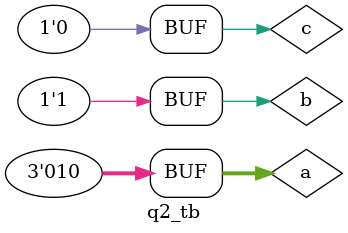
<source format=v>
module q2_tb;
	reg [2:0] a;
	reg b, c;

	initial begin
		a = 3'b101;
		b = 1'b1;
		c = 1'b1;
		#5;

		c = 1'b0;
		#5;

		a = 3'b010;
		b = 1'b0;
		#5;

		c = 1'b1;
		#5;

		b = 1'b1;
		c = 1'b0;
		#5;

		b = 1'b0;
		#5;

		a = 3'b010;
		b = 1'b1;
		c = 1'b1;
		#5;

		c = 1'b0;
		#5;
	end

endmodule
</source>
